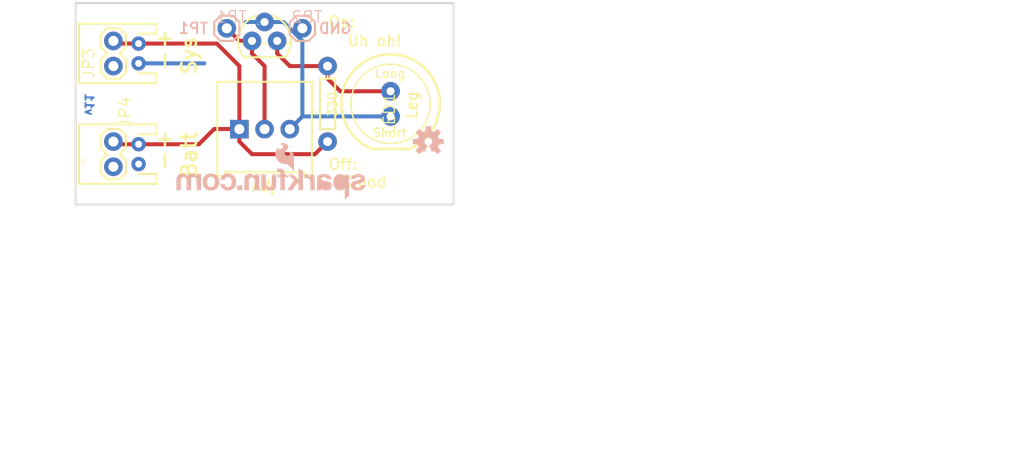
<source format=kicad_pcb>
(kicad_pcb (version 20211014) (generator pcbnew)
  (layers (0 "F.Cu" signal) (31 "B.Cu" signal) (34 "B.Paste" user) (35 "F.Paste" user) (36 "B.SilkS" user "B.Silkscreen") (37 "F.SilkS" user "F.Silkscreen") (38 "B.Mask" user) (39 "F.Mask" user) (44 "Edge.Cuts" user))
  (net 0 "")
  (net 1 "GND")
  (net 2 "VCC")
  (net 3 "VCUTOFF")
  (net 4 "VOUT")
  (footprint "boardEagle:CREATIVE_COMMONS" (layer "F.Cu") (at 142.1511 141.8336)
    (fp_text reference "U$2" hide)
    (fp_text value "CREATIVE_COMMONS" hide)
  )
  (footprint "boardEagle:STAND-OFF" (layer "F.Cu") (at 165.0111 97.3836)
    (fp_text reference "JP31" hide)
    (fp_text value "STAND-OFF" hide)
    (pad "" np_thru_hole circle (at 0 0) (size 3.302 3.302) (drill 3.302) (layers *.Cu *.Mask))
  )
  (footprint "boardEagle:TO-92" (layer "F.Cu") (at 148.5011 98.6536)
    (fp_text reference "U1" (at -0.8255 -1.778) (layer "F.SilkS") (effects (font (size 0.377139 0.377139) (thickness 0.029261)) (justify left)))
    (fp_text value "TL431")
    (fp_line (start -0.2863 0.254) (end 0.2863 0.254) (layer "F.SilkS") (width 0.2032))
    (fp_line (start -2.0945 1.651) (end 2.0945 1.651) (layer "F.SilkS") (width 0.2032))
    (fp_line (start -2.6549 0.254) (end -2.2537 0.254) (layer "F.SilkS") (width 0.2032))
    (fp_line (start 2.2537 0.254) (end 2.6549 0.254) (layer "F.SilkS") (width 0.2032))
    (fp_arc (start 0.7863 -2.5484) (mid 2.54627 -0.793202) (end 2.0945 1.650999) (layer "F.SilkS") (width 0.2032))
    (fp_arc (start -2.0946 1.651) (mid -2.54634 -0.793276) (end -0.786301 -2.548501) (layer "F.SilkS") (width 0.2032))
    (pad "1" thru_hole circle (at -1.27 0) (size 1.8796 1.8796) (drill 0.8128) (layers *.Cu *.Mask) (net 3 "VCUTOFF"))
    (pad "2" thru_hole circle (at 0 -1.905) (size 1.8796 1.8796) (drill 0.8128) (layers *.Cu *.Mask) (net 1 "GND"))
    (pad "3" thru_hole circle (at 1.27 0) (size 1.8796 1.8796) (drill 0.8128) (layers *.Cu *.Mask) (net 4 "VOUT"))
  )
  (footprint "boardEagle:3386U" (layer "F.Cu") (at 148.5011 107.5436)
    (fp_text reference "RADJ0" hide)
    (fp_text value "10K" hide)
    (fp_line (start 4 4.765) (end 4.765 4.765) (layer "F.SilkS") (width 0.2032))
    (fp_line (start -4 4.765) (end -4 4.365) (layer "F.SilkS") (width 0.2032))
    (fp_line (start -4 4.365) (end 4 4.365) (layer "F.SilkS") (width 0.2032))
    (fp_line (start 4 4.365) (end 4 4.765) (layer "F.SilkS") (width 0.2032))
    (fp_line (start 4.765 4.765) (end 4.765 -4.765) (layer "F.SilkS") (width 0.2032))
    (fp_line (start -4.765 -4.765) (end -4.765 4.765) (layer "F.SilkS") (width 0.2032))
    (fp_line (start -4.765 4.765) (end -4 4.765) (layer "F.SilkS") (width 0.2032))
    (fp_line (start 4.765 -4.765) (end -4.765 -4.765) (layer "F.SilkS") (width 0.2032))
    (pad "1" thru_hole rect (at -2.54 0.015) (size 1.8796 1.8796) (drill 1.016) (layers *.Cu *.Mask) (net 2 "VCC"))
    (pad "2" thru_hole circle (at 0 0.015) (size 1.8796 1.8796) (drill 1.016) (layers *.Cu *.Mask) (net 3 "VCUTOFF"))
    (pad "3" thru_hole circle (at 2.54 0.015) (size 1.8796 1.8796) (drill 1.016) (layers *.Cu *.Mask) (net 1 "GND"))
  )
  (footprint "boardEagle:JST-2-PTH" (layer "F.Cu") (at 135.8011 110.0836 90)
    (fp_text reference "JP1" (at -1.27 -5.27 90) (layer "F.SilkS") (effects (font (size 0.373888 0.373888) (thickness 0.032512)) (justify left bottom)))
    (fp_text value "Battery")
    (fp_line (start -3 1.8) (end -3 -6) (layer "F.SilkS") (width 0.2032))
    (fp_line (start -3 -6) (end 3 -6) (layer "F.SilkS") (width 0.2032))
    (fp_line (start -2 0) (end -2 1.8) (layer "F.SilkS") (width 0.2032))
    (fp_line (start -2 1.8) (end -3 1.8) (layer "F.SilkS") (width 0.2032))
    (fp_line (start 3 1.8) (end 2 1.8) (layer "F.SilkS") (width 0.2032))
    (fp_line (start 3 -6) (end 3 1.8) (layer "F.SilkS") (width 0.2032))
    (fp_line (start 2 1.8) (end 2 0) (layer "F.SilkS") (width 0.2032))
    (pad "1" thru_hole circle (at -1 0 90) (size 1.4478 1.4478) (drill 0.7) (layers *.Cu *.Mask) (net 1 "GND"))
    (pad "2" thru_hole circle (at 1 0 90) (size 1.4478 1.4478) (drill 0.7) (layers *.Cu *.Mask) (net 2 "VCC"))
  )
  (footprint "boardEagle:1X02" (layer "F.Cu") (at 133.2611 101.1936 90)
    (fp_text reference "JP3" (at -1.3462 -1.8288 90) (layer "F.SilkS") (effects (font (size 1.143 1.143) (thickness 0.127)) (justify left bottom)))
    (fp_text value "")
    (fp_line (start 3.81 -0.635) (end 3.81 0.635) (layer "F.SilkS") (width 0.2032))
    (fp_line (start -0.635 -1.27) (end -1.27 -0.635) (layer "F.SilkS") (width 0.2032))
    (fp_line (start 0.635 -1.27) (end 1.27 -0.635) (layer "F.SilkS") (width 0.2032))
    (fp_line (start 3.175 -1.27) (end 3.81 -0.635) (layer "F.SilkS") (width 0.2032))
    (fp_line (start 3.175 1.27) (end 1.905 1.27) (layer "F.SilkS") (width 0.2032))
    (fp_line (start -0.635 -1.27) (end 0.635 -1.27) (layer "F.SilkS") (width 0.2032))
    (fp_line (start 1.905 -1.27) (end 3.175 -1.27) (layer "F.SilkS") (width 0.2032))
    (fp_line (start -1.27 -0.635) (end -1.27 0.635) (layer "F.SilkS") (width 0.2032))
    (fp_line (start 3.81 0.635) (end 3.175 1.27) (layer "F.SilkS") (width 0.2032))
    (fp_line (start 1.905 1.27) (end 1.27 0.635) (layer "F.SilkS") (width 0.2032))
    (fp_line (start 1.27 -0.635) (end 1.905 -1.27) (layer "F.SilkS") (width 0.2032))
    (fp_line (start -1.27 0.635) (end -0.635 1.27) (layer "F.SilkS") (width 0.2032))
    (fp_line (start 0.635 1.27) (end -0.635 1.27) (layer "F.SilkS") (width 0.2032))
    (fp_line (start 1.27 0.635) (end 0.635 1.27) (layer "F.SilkS") (width 0.2032))
    (pad "1" thru_hole circle (at 0 0 180) (size 1.8796 1.8796) (drill 1.016) (layers *.Cu *.Mask) (net 1 "GND"))
    (pad "2" thru_hole circle (at 2.54 0 180) (size 1.8796 1.8796) (drill 1.016) (layers *.Cu *.Mask) (net 2 "VCC"))
  )
  (footprint "boardEagle:LED10MM-2" (layer "F.Cu") (at 161.2011 105.0036 -90)
    (fp_text reference "LED1" (at 3.175 -0.5334 -90) (layer "F.SilkS") (effects (font (size 1.143 1.143) (thickness 0.127)) (justify left bottom)))
    (fp_text value "Green")
    (fp_line (start 4.54 1.905) (end 4.54 -1.905) (layer "F.SilkS") (width 0.254))
    (fp_arc (start 4.54 1.905) (mid -5.000091 0) (end 4.54 -1.904999) (layer "F.SilkS") (width 0.254))
    (fp_circle (center 0 0) (end 4 0) (layer "F.SilkS") (width 0.1524) (fill none))
    (pad "A" thru_hole circle (at -1.27 0 270) (size 1.8796 1.8796) (drill 0.8128) (layers *.Cu *.Mask) (net 4 "VOUT"))
    (pad "K" thru_hole circle (at 1.27 0 270) (size 1.8796 1.8796) (drill 0.8128) (layers *.Cu *.Mask) (net 1 "GND"))
  )
  (footprint "boardEagle:JST-2-PTH" (layer "F.Cu") (at 135.8011 99.9236 90)
    (fp_text reference "JP2" (at -1.27 -5.27 90) (layer "F.SilkS") (effects (font (size 0.373888 0.373888) (thickness 0.032512)) (justify left bottom)))
    (fp_text value "System")
    (fp_line (start -2 1.8) (end -3 1.8) (layer "F.SilkS") (width 0.2032))
    (fp_line (start 2 1.8) (end 2 0) (layer "F.SilkS") (width 0.2032))
    (fp_line (start 3 -6) (end 3 1.8) (layer "F.SilkS") (width 0.2032))
    (fp_line (start 3 1.8) (end 2 1.8) (layer "F.SilkS") (width 0.2032))
    (fp_line (start -3 -6) (end 3 -6) (layer "F.SilkS") (width 0.2032))
    (fp_line (start -2 0) (end -2 1.8) (layer "F.SilkS") (width 0.2032))
    (fp_line (start -3 1.8) (end -3 -6) (layer "F.SilkS") (width 0.2032))
    (pad "1" thru_hole circle (at -1 0 90) (size 1.4478 1.4478) (drill 0.7) (layers *.Cu *.Mask) (net 1 "GND"))
    (pad "2" thru_hole circle (at 1 0 90) (size 1.4478 1.4478) (drill 0.7) (layers *.Cu *.Mask) (net 2 "VCC"))
  )
  (footprint "boardEagle:STAND-OFF" (layer "F.Cu") (at 165.0111 112.6236)
    (fp_text reference "JP41" hide)
    (fp_text value "STAND-OFF" hide)
    (pad "" np_thru_hole circle (at 0 0) (size 3.302 3.302) (drill 3.302) (layers *.Cu *.Mask))
  )
  (footprint "boardEagle:1X02" (layer "F.Cu") (at 133.2611 108.8136 -90)
    (fp_text reference "JP4" (at -1.3462 -1.8288 -90) (layer "F.SilkS") (effects (font (size 1.143 1.143) (thickness 0.127)) (justify left bottom)))
    (fp_text value "")
    (fp_line (start 1.905 -1.27) (end 3.175 -1.27) (layer "F.SilkS") (width 0.2032))
    (fp_line (start 0.635 1.27) (end -0.635 1.27) (layer "F.SilkS") (width 0.2032))
    (fp_line (start -1.27 -0.635) (end -1.27 0.635) (layer "F.SilkS") (width 0.2032))
    (fp_line (start 1.27 0.635) (end 0.635 1.27) (layer "F.SilkS") (width 0.2032))
    (fp_line (start -1.27 0.635) (end -0.635 1.27) (layer "F.SilkS") (width 0.2032))
    (fp_line (start 3.81 0.635) (end 3.175 1.27) (layer "F.SilkS") (width 0.2032))
    (fp_line (start 3.81 -0.635) (end 3.81 0.635) (layer "F.SilkS") (width 0.2032))
    (fp_line (start 1.905 1.27) (end 1.27 0.635) (layer "F.SilkS") (width 0.2032))
    (fp_line (start 3.175 1.27) (end 1.905 1.27) (layer "F.SilkS") (width 0.2032))
    (fp_line (start 0.635 -1.27) (end 1.27 -0.635) (layer "F.SilkS") (width 0.2032))
    (fp_line (start -0.635 -1.27) (end 0.635 -1.27) (layer "F.SilkS") (width 0.2032))
    (fp_line (start 3.175 -1.27) (end 3.81 -0.635) (layer "F.SilkS") (width 0.2032))
    (fp_line (start -0.635 -1.27) (end -1.27 -0.635) (layer "F.SilkS") (width 0.2032))
    (fp_line (start 1.27 -0.635) (end 1.905 -1.27) (layer "F.SilkS") (width 0.2032))
    (pad "1" thru_hole circle (at 0 0) (size 1.8796 1.8796) (drill 1.016) (layers *.Cu *.Mask) (net 2 "VCC"))
    (pad "2" thru_hole circle (at 2.54 0) (size 1.8796 1.8796) (drill 1.016) (layers *.Cu *.Mask) (net 1 "GND"))
  )
  (footprint "boardEagle:AXIAL-0.3" (layer "F.Cu") (at 154.8511 105.0036 90)
    (fp_text reference "R1" (at -1.27 -1.143 90) (layer "F.SilkS") (effects (font (size 0.376489 0.376489) (thickness 0.029911)) (justify left)))
    (fp_text value "330" (at -1.397 0.508 90) (layer "F.SilkS") (effects (font (size 0.88646 0.88646) (thickness 0.12954)) (justify left)))
    (fp_line (start -2.54 0) (end -2.54 -0.762) (layer "F.SilkS") (width 0.2032))
    (fp_line (start 2.54 0.762) (end -2.54 0.762) (layer "F.SilkS") (width 0.2032))
    (fp_line (start 2.54 0) (end 2.54 0.762) (layer "F.SilkS") (width 0.2032))
    (fp_line (start 2.54 -0.762) (end 2.54 0) (layer "F.SilkS") (width 0.2032))
    (fp_line (start -2.54 0.762) (end -2.54 0) (layer "F.SilkS") (width 0.2032))
    (fp_line (start -2.54 -0.762) (end 2.54 -0.762) (layer "F.SilkS") (width 0.2032))
    (fp_line (start 2.54 0) (end 2.794 0) (layer "F.SilkS") (width 0.2032))
    (fp_line (start -2.54 0) (end -2.794 0) (layer "F.SilkS") (width 0.2032))
    (pad "P$1" thru_hole circle (at -3.81 0 90) (size 1.8796 1.8796) (drill 0.9) (layers *.Cu *.Mask) (net 2 "VCC"))
    (pad "P$2" thru_hole circle (at 3.81 0 90) (size 1.8796 1.8796) (drill 0.9) (layers *.Cu *.Mask) (net 4 "VOUT"))
  )
  (footprint "boardEagle:STAND-OFF" (layer "F.Cu") (at 139.6111 105.0036)
    (fp_text reference "JP61" hide)
    (fp_text value "STAND-OFF" hide)
    (pad "" np_thru_hole circle (at 0 0) (size 3.302 3.302) (drill 3.302) (layers *.Cu *.Mask))
  )
  (footprint "boardEagle:1X01" (layer "B.Cu") (at 144.6911 97.3836 180)
    (fp_text reference "TP1" (at 1.1938 1.8288) (layer "B.SilkS") (effects (font (size 1.1684 1.1684) (thickness 0.1016)) (justify right top mirror)))
    (fp_text value "TP1")
    (fp_line (start -1.27 0.635) (end -1.27 -0.635) (layer "B.SilkS") (width 0.2032))
    (fp_line (start 0.635 1.27) (end -0.635 1.27) (layer "B.SilkS") (width 0.2032))
    (fp_line (start -0.635 1.27) (end -1.27 0.635) (layer "B.SilkS") (width 0.2032))
    (fp_line (start -0.635 -1.27) (end 0.635 -1.27) (layer "B.SilkS") (width 0.2032))
    (fp_line (start -1.27 -0.635) (end -0.635 -1.27) (layer "B.SilkS") (width 0.2032))
    (fp_line (start 0.635 -1.27) (end 1.27 -0.635) (layer "B.SilkS") (width 0.2032))
    (fp_line (start 1.27 -0.635) (end 1.27 0.635) (layer "B.SilkS") (width 0.2032))
    (fp_line (start 1.27 0.635) (end 0.635 1.27) (layer "B.SilkS") (width 0.2032))
    (pad "1" thru_hole circle (at 0 0 90) (size 1.8796 1.8796) (drill 1.016) (layers *.Cu *.Mask) (net 3 "VCUTOFF"))
  )
  (footprint "boardEagle:SFE-NEW-WEBLOGO" (layer "B.Cu") (at 158.6611 114.6556 180)
    (fp_text reference "JP51" hide)
    (fp_text value "LOGO-SFENEW" hide)
    (fp_line (start 11.1201 2.5171) (end 11.1201 2.2962) (layer "B.SilkS") (width 0.0254))
    (fp_line (start 10.7163 2.5171) (end 11.1201 2.5171) (layer "B.SilkS") (width 0.0254))
    (fp_line (start 15.5499 2.6137) (end 15.5499 2.2911) (layer "B.SilkS") (width 0.0254))
    (fp_line (start 11.7729 0.955) (end 11.7729 1.9202) (layer "B.SilkS") (width 0.0254))
    (fp_line (start 15.5499 2.2911) (end 15.527 2.2911) (layer "B.SilkS") (width 0.0254))
    (fp_line (start 15.5702 2.2962) (end 15.5702 2.6137) (layer "B.SilkS") (width 0.0254))
    (fp_line (start 15.5702 2.6137) (end 15.5854 2.6137) (layer "B.SilkS") (width 0.0254))
    (fp_line (start 11.1379 1.8136) (end 11.1379 0.9449) (layer "B.SilkS") (width 0.0254))
    (fp_line (start 11.1379 0.9449) (end 10.7163 0.9449) (layer "B.SilkS") (width 0.0254))
    (fp_line (start 10.7163 0.9449) (end 10.7163 2.5171) (layer "B.SilkS") (width 0.0254))
    (fp_line (start 12.1818 2.0091) (end 12.1818 0.955) (layer "B.SilkS") (width 0.0254))
    (fp_line (start 11.1201 2.2962) (end 11.1277 2.2962) (layer "B.SilkS") (width 0.0254))
    (fp_line (start 12.1818 0.955) (end 11.7729 0.955) (layer "B.SilkS") (width 0.0254))
    (fp_arc (start 11.4198 2.2327) (mid 11.475702 2.235165) (end 11.5316 2.2377) (layer "B.SilkS") (width 0.0254))
    (fp_arc (start 15.24 1.4097) (mid 15.31871 1.3127) (end 15.428 1.2522) (layer "B.SilkS") (width 0.0254))
    (fp_arc (start 14.7549 1.9507) (mid 14.737287 1.759061) (end 14.7523 1.5672) (layer "B.SilkS") (width 0.0254))
    (fp_arc (start 15.1689 1.8847) (mid 15.165026 1.761448) (end 15.1714 1.6383) (layer "B.SilkS") (width 0.0254))
    (fp_arc (start 11.1684 2.0396) (mid 11.146105 1.962214) (end 11.1379 1.8821) (layer "B.SilkS") (width 0.0254))
    (fp_arc (start 15.7277 2.2708) (mid 15.650001 2.290018) (end 15.5702 2.2962) (layer "B.SilkS") (width 0.0254))
    (fp_arc (start 15.5423 0.9195) (mid 15.724919 0.932492) (end 15.9029 0.9754) (layer "B.SilkS") (width 0.0254))
    (fp_arc (start 15.1714 1.6383) (mid 15.194331 1.520588) (end 15.24 1.4097) (layer "B.SilkS") (width 0.0254))
    (fp_arc (start 14.7523 1.5672) (mid 14.792796 1.413418) (end 14.8615 1.27) (layer "B.SilkS") (width 0.0254))
    (fp_arc (start 15.7632 1.2725) (mid 15.846801 1.329279) (end 15.908 1.4097) (layer "B.SilkS") (width 0.0254))
    (fp_arc (start 14.9911 1.1201) (mid 15.249615 0.972855) (end 15.5423 0.9195) (layer "B.SilkS") (width 0.0254))
    (fp_arc (start 11.2725 2.446) (mid 11.226399 2.404414) (end 11.1862 2.3571) (layer "B.SilkS") (width 0.0254))
    (fp_arc (start 15.128201 2.4892) (mid 14.882786 2.260687) (end 14.7549 1.9507) (layer "B.SilkS") (width 0.0254))
    (fp_arc (start 11.7678 2.5502) (mid 11.667584 2.556058) (end 11.5672 2.5552) (layer "B.SilkS") (width 0.0254))
    (fp_arc (start 15.809 2.5857) (mid 15.698073 2.606673) (end 15.5854 2.6137) (layer "B.SilkS") (width 0.0254))
    (fp_arc (start 11.1455 2.3038) (mid 11.152103 2.311188) (end 11.1582 2.319) (layer "B.SilkS") (width 0.0254))
    (fp_arc (start 11.7145 2.1311) (mid 11.664346 2.1894) (end 11.5976 2.2276) (layer "B.SilkS") (width 0.0254))
    (fp_arc (start 15.428 1.2522) (mid 15.597525 1.230563) (end 15.7632 1.2725) (layer "B.SilkS") (width 0.0254))
    (fp_arc (start 15.5499 2.6137) (mid 15.331296 2.577713) (end 15.1282 2.4892) (layer "B.SilkS") (width 0.0254))
    (fp_arc (start 11.7729 1.9202) (mid 11.758038 2.02962) (end 11.7145 2.1311) (layer "B.SilkS") (width 0.0254))
    (fp_arc (start 11.4198 2.2327) (mid 11.334441 2.214452) (end 11.259799 2.1692) (layer "B.SilkS") (width 0.0254))
    (fp_arc (start 15.2781 2.1692) (mid 15.20247 2.035022) (end 15.168899 1.8847) (layer "B.SilkS") (width 0.0254))
    (fp_arc (start 16.129 2.4181) (mid 15.978822 2.520652) (end 15.809 2.5857) (layer "B.SilkS") (width 0.0254))
    (fp_arc (start 11.5976 2.2276) (mid 11.565101 2.235925) (end 11.5316 2.2377) (layer "B.SilkS") (width 0.0254))
    (fp_arc (start 15.8318 2.2047) (mid 15.783745 2.244042) (end 15.7277 2.2708) (layer "B.SilkS") (width 0.0254))
    (fp_arc (start 11.1379 1.8821) (mid 11.137681 1.84785) (end 11.1379 1.8136) (layer "B.SilkS") (width 0.0254))
    (fp_arc (start 16.4033 1.808499) (mid 16.333054 2.143404) (end 16.129 2.4181) (layer "B.SilkS") (width 0.0254))
    (fp_arc (start 11.1862 2.3571) (mid 11.172158 2.338081) (end 11.1582 2.319) (layer "B.SilkS") (width 0.0254))
    (fp_arc (start 11.1277 2.2962) (mid 11.137379 2.298176) (end 11.1455 2.3038) (layer "B.SilkS") (width 0.0254))
    (fp_arc (start 12.1818 2.0091) (mid 12.172765 2.122002) (end 12.1488 2.2327) (layer "B.SilkS") (width 0.0254))
    (fp_arc (start 15.908 1.4097) (mid 15.966057 1.559906) (end 15.9868 1.7196) (layer "B.SilkS") (width 0.0254))
    (fp_arc (start 15.9868 1.7196) (mid 15.980368 1.846143) (end 15.9588 1.971) (layer "B.SilkS") (width 0.0254))
    (fp_arc (start 11.2598 2.1692) (mid 11.206137 2.110016) (end 11.1684 2.0396) (layer "B.SilkS") (width 0.0254))
    (fp_arc (start 14.8615 1.27) (mid 14.919858 1.189481) (end 14.9911 1.1201) (layer "B.SilkS") (width 0.0254))
    (fp_arc (start 15.9029 0.9754) (mid 16.153433 1.12491) (end 16.317 1.3665) (layer "B.SilkS") (width 0.0254))
    (fp_arc (start 12.0345 2.425699) (mid 11.911985 2.51116) (end 11.7678 2.5502) (layer "B.SilkS") (width 0.0254))
    (fp_arc (start 11.5672 2.5552) (mid 11.411238 2.523841) (end 11.2725 2.446) (layer "B.SilkS") (width 0.0254))
    (fp_arc (start 12.1488 2.232699) (mid 12.104013 2.336521) (end 12.0345 2.4257) (layer "B.SilkS") (width 0.0254))
    (fp_arc (start 16.317 1.3665) (mid 16.380488 1.583529) (end 16.4033 1.8085) (layer "B.SilkS") (width 0.0254))
    (fp_arc (start 15.527 2.2911) (mid 15.388433 2.258974) (end 15.278099 2.1692) (layer "B.SilkS") (width 0.0254))
    (fp_arc (start 15.9588 1.971) (mid 15.910982 2.096372) (end 15.8318 2.2047) (layer "B.SilkS") (width 0.0254))
    (fp_poly (pts (xy 9.4234 1.520809) (xy 9.472888 1.359974) (xy 9.516069 1.308185) (xy 9.573108 1.271734) (xy 9.714103 1.241374) (xy 9.853529 1.268908) (xy 10.003067 1.442966) (xy 10.033 1.684784) (xy 10.033 2.5273) (xy 10.48 2.5273) (xy 10.48 0.9398) (xy 10.0533 0.9398) (xy 10.0533 1.159713) (xy 9.961626 1.051965) (xy 9.823848 0.946774) (xy 9.797269 0.933513) (xy 9.76873 0.924761) (xy 9.46843 0.899096) (xy 9.311419 0.929258) (xy 9.173895 1.0008) (xy 9.172522 1.0008) (xy 9.155194 1.014756) (xy 9.141833 1.028106) (xy 9.055991 1.150842) (xy 9.0022 1.291099) (xy 8.984 1.439423) (xy 8.984 2.5324) (xy 9.4234 2.5324)) (layer "B.SilkS") (width 0) (fill solid))
    (fp_poly (pts (xy 6.1316 2.557116) (xy 6.1316 2.1463) (xy 6.115783 2.1463) (xy 6.10653 2.147054) (xy 6.097893 2.149211) (xy 6.068387 2.157247) (xy 6.038922 2.161538) (xy 5.96265 2.16474) (xy 5.887609 2.16159) (xy 5.731931 2.107297) (xy 5.637642 2.018651) (xy 5.577302 1.903423) (xy 5.5499 1.736362) (xy 5.5499 0.9423) (xy 5.107878 0.9423) (xy 5.110519 2.454146) (xy 5.522 2.527255) (xy 5.522 2.234211) (xy 5.526569 2.235704) (xy 5.544428 2.262537) (xy 5.578841 2.314524) (xy 5.613758 2.367854) (xy 5.686736 2.438162) (xy 5.778008 2.498223) (xy 5.979984 2.565515)) (layer "B.SilkS") (width 0) (fill solid))
    (fp_poly (pts (xy 0.803285 2.567895) (xy 0.944243 2.553799) (xy 1.081508 2.516334) (xy 1.193542 2.461399) (xy 1.291841 2.383865) (xy 1.357039 2.297824) (xy 1.377068 2.257603) (xy 1.393653 2.216867) (xy 1.417283 2.151914) (xy 1.353784 2.105111) (xy 1.152335 2.254241) (xy 0.736496 2.387002) (xy 0.372563 2.277101) (xy 0.417885 2.019712) (xy 1.241556 1.540676) (xy 1.263422 1.497067) (xy 1.147655 1.152457) (xy 0.724605 1.058492) (xy -0.038666 1.4605) (xy 0.4115 1.4605) (xy 0.4115 1.443466) (xy 0.420402 1.369907) (xy 0.454647 1.305856) (xy 0.524204 1.243359) (xy 0.610838 1.206018) (xy 0.637726 1.200933) (xy 0.665996 1.198897) (xy 0.7328 1.198389) (xy 0.79791 1.198884) (xy 0.968129 1.258019) (xy 1.007666 1.302193) (xy 1.028603 1.358428) (xy 1.025789 1.425439) (xy 0.995864 1.485288) (xy 0.943734 1.527918) (xy 0.715431 1.605731) (xy 0.533161 1.644154) (xy 0.351479 1.692254) (xy 0.230117 1.743632) (xy 0.122357 1.822697) (xy 0.0457 1.960096) (xy 0.0457 1.963141) (xy 0.038572 2.135467) (xy 0.0838 2.300409) (xy 0.0838 2.303445) (xy 0.206233 2.444416) (xy 0.620397 2.567885) (xy 0.71245 2.568634)) (layer "B.SilkS") (width 0) (fill solid))
    (fp_poly (pts (xy 4.444983 2.544915) (xy 4.588724 2.501712) (xy 4.72259 2.430523) (xy 4.844814 2.271666) (xy 4.859671 2.1819) (xy 4.8616 2.1819) (xy 4.8616 1.6891) (xy 4.864173 1.6891) (xy 4.861603 1.242544) (xy 4.871819 1.108765) (xy 4.906709 0.979276) (xy 4.920484 0.9423) (xy 4.495275 0.9423) (xy 4.477494 0.951279) (xy 4.472002 0.970735) (xy 4.468249 0.985133) (xy 4.446292 1.084946) (xy 4.440321 1.089528) (xy 4.438946 1.088886) (xy 4.309064 0.98859) (xy 4.153188 0.927249) (xy 3.824183 0.906712) (xy 3.683825 0.938256) (xy 3.554173 1.000134) (xy 3.486826 1.05665) (xy 3.437273 1.130532) (xy 3.3807 1.444163) (xy 3.3807 1.446675) (xy 3.401941 1.543624) (xy 3.446308 1.632822) (xy 3.527788 1.722902) (xy 3.632416 1.784766) (xy 3.937258 1.861632) (xy 4.048648 1.873601) (xy 4.159032 1.884616) (xy 4.224808 1.893434) (xy 4.289167 1.907055) (xy 4.336271 1.923637) (xy 4.379043 1.948303) (xy 4.407461 1.974391) (xy 4.413402 1.982997) (xy 4.4171 1.991455) (xy 4.4171 2.14983) (xy 4.358226 2.232254) (xy 4.254396 2.270917) (xy 4.188033 2.274326) (xy 4.120968 2.275774) (xy 4.006679 2.25395) (xy 3.883049 2.131716) (xy 3.8659 2.045941) (xy 3.8659 2.0295) (xy 3.429 2.0295) (xy 3.429 2.040006) (xy 3.418965 2.041638) (xy 3.439259 2.166448) (xy 3.491292 2.283494) (xy 3.571378 2.383462) (xy 3.674008 2.459597) (xy 3.791998 2.513469) (xy 3.916944 2.547448) (xy 4.18103 2.571338)) (layer "B.SilkS") (width 0) (fill solid))
    (fp_poly (pts (xy 8.809435 3.119895) (xy 8.875117 3.1166) (xy 8.89 3.1166) (xy 8.89 2.7889) (xy 8.869112 2.7889) (xy 8.841108 2.7915) (xy 8.660351 2.7915) (xy 8.587936 2.740064) (xy 8.571192 2.699602) (xy 8.5649 2.653436) (xy 8.5649 2.5273) (xy 8.8621 2.5273) (xy 8.8621 2.2352) (xy 8.5623 2.2352) (xy 8.5623 0.9322) (xy 8.1204 0.9322) (xy 8.1204 2.232779) (xy 7.70383 2.235391) (xy 7.995739 2.5273) (xy 8.1255 2.5273) (xy 8.1255 2.560826) (xy 8.143432 2.77702) (xy 8.219199 2.938937) (xy 8.324367 3.032939) (xy 8.449534 3.095959) (xy 8.586403 3.1242) (xy 8.743112 3.1242)) (layer "B.SilkS") (width 0) (fill solid))
    (fp_poly (pts (xy 17.714962 2.583496) (xy 17.714669 2.58013) (xy 17.812284 2.526288) (xy 17.900302 2.442716) (xy 17.956995 2.351455) (xy 17.961394 2.355854) (xy 18.007182 2.404147) (xy 18.086856 2.480888) (xy 18.177617 2.546023) (xy 18.30384 2.60027) (xy 18.440544 2.616304) (xy 18.698981 2.580082) (xy 18.93345 2.426436) (xy 19.05 2.112985) (xy 19.05 0.9398) (xy 18.6004 0.9398) (xy 18.6004 1.979658) (xy 18.558302 2.150487) (xy 18.49797 2.220003) (xy 18.412014 2.255689) (xy 18.322362 2.262413) (xy 18.233537 2.253336) (xy 18.121633 2.190061) (xy 18.068614 2.109201) (xy 18.041426 2.014408) (xy 18.036069 1.960144) (xy 18.034 1.904767) (xy 18.034 0.9398) (xy 17.5768 0.9398) (xy 17.5768 2.006808) (xy 17.507834 2.191589) (xy 17.433119 2.246143) (xy 17.339789 2.26304) (xy 17.298061 2.260863) (xy 17.256145 2.258198) (xy 17.19103 2.2421) (xy 17.135402 2.205103) (xy 17.092564 2.160343) (xy 17.055171 2.112821) (xy 17.0155 1.934108) (xy 17.0155 0.9423) (xy 16.5583 0.9423) (xy 16.5583 2.573) (xy 16.9824 2.573) (xy 16.9824 2.355139) (xy 16.985319 2.355789) (xy 17.015959 2.3959) (xy 17.093229 2.475705) (xy 17.171263 2.538367) (xy 17.262579 2.579887) (xy 17.318155 2.59498) (xy 17.374103 2.605849) (xy 17.443329 2.614463) (xy 17.514022 2.618767)) (layer "B.SilkS") (width 0) (fill solid))
    (fp_poly (pts (xy 14.181776 2.563159) (xy 14.181555 2.560669) (xy 14.327447 2.496725) (xy 14.547848 2.246517) (xy 14.619242 1.9914) (xy 14.1707 1.9914) (xy 14.1707 2.005388) (xy 14.15242 2.10038) (xy 14.100807 2.180729) (xy 14.023181 2.236025) (xy 13.860405 2.2706) (xy 13.694207 2.245798) (xy 13.653262 2.227396) (xy 13.618712 2.198612) (xy 13.531409 2.074936) (xy 13.459735 1.779947) (xy 13.507258 1.471936) (xy 13.55233 1.379537) (xy 13.718934 1.256376) (xy 13.795519 1.238584) (xy 13.875272 1.234455) (xy 13.963395 1.249226) (xy 14.044683 1.286045) (xy 14.088707 1.320383) (xy 14.123821 1.362695) (xy 14.191983 1.5646) (xy 14.6202 1.5646) (xy 14.6202 1.546046) (xy 14.607183 1.4497) (xy 14.551954 1.307962) (xy 14.468685 1.180108) (xy 14.234909 0.989147) (xy 13.88734 0.904104) (xy 13.726062 0.914148) (xy 13.567886 0.942693) (xy 13.423659 0.994928) (xy 13.188191 1.185237) (xy 13.098694 1.32648) (xy 13.017451 1.644495) (xy 13.0251 1.894992) (xy 13.0251 1.896181) (xy 13.064859 2.076939) (xy 13.14486 2.243932) (xy 13.26133 2.388842) (xy 13.574558 2.580191) (xy 13.883988 2.616332)) (layer "B.SilkS") (width 0) (fill solid))
    (fp_poly (pts (xy 1.201557 2.290098) (xy 1.414074 2.156268) (xy 1.42383 2.065) (xy 1.01008 2.065) (xy 1.00135 2.126336) (xy 0.936084 2.220524) (xy 0.871818 2.257603) (xy 0.798545 2.2758) (xy 0.628591 2.2758) (xy 0.583991 2.267366) (xy 0.541641 2.251683) (xy 0.51157 2.232098) (xy 0.488615 2.205726) (xy 0.469153 2.152745) (xy 0.474605 2.097619) (xy 0.521549 2.031824) (xy 0.664468 1.962838) (xy 0.866638 1.922444) (xy 1.206678 1.822687) (xy 1.354318 1.729494) (xy 1.389578 1.692366) (xy 1.416579 1.648151) (xy 1.460229 1.440208) (xy 1.447804 1.4376) (xy 1.460484 1.436955) (xy 1.457817 1.384541) (xy 1.452657 1.33034) (xy 1.371775 1.140043) (xy 1.14885 0.969822) (xy 1.013381 0.927267) (xy 0.74708 0.904177) (xy 0.617383 0.909691) (xy 0.487493 0.922202) (xy 0.306845 0.984179) (xy 0.185213 1.061804) (xy 0.109225 1.132023) (xy 0.056988 1.2215) (xy 0.013059 1.350644) (xy 0.002577 1.410659) (xy -0.00152 1.469003) (xy 0.738195 1.10308) (xy 1.120535 1.189415) (xy 1.224069 1.497645) (xy 0.809011 1.723764) (xy 0.364394 1.98847) (xy 0.308075 2.310537) (xy 0.741882 2.423672)) (layer "B.SilkS") (width 0) (fill solid))
    (fp_poly (pts (xy 15.5499 2.609649) (xy 15.5499 2.29782) (xy 15.429469 2.281338) (xy 15.314616 2.217851) (xy 15.23586 2.109416) (xy 15.196312 2.020604) (xy 15.168868 1.873153) (xy 15.163824 1.687316) (xy 15.181322 1.562471) (xy 15.218744 1.447652) (xy 15.272523 1.345) (xy 15.437302 1.244156) (xy 15.6121 1.221967) (xy 15.787119 1.281181) (xy 15.894998 1.379217) (xy 15.949332 1.500229) (xy 15.9868 1.655017) (xy 15.9868 1.797481) (xy 15.961756 1.990339) (xy 15.88736 2.151531) (xy 15.803924 2.232457) (xy 15.708711 2.283762) (xy 15.58997 2.2936) (xy 15.567485 2.2936) (xy 15.57294 2.617878) (xy 15.788992 2.590535) (xy 15.954486 2.53364) (xy 16.155367 2.394616) (xy 16.266844 2.264968) (xy 16.37246 2.027864) (xy 16.400898 1.805948) (xy 16.375193 1.592623) (xy 16.305839 1.343513) (xy 16.222719 1.211114) (xy 16.101494 1.095067) (xy 15.987532 1.014773) (xy 15.799031 0.950211) (xy 15.544583 0.924513) (xy 15.240687 0.965682) (xy 14.951456 1.146439) (xy 14.788469 1.399985) (xy 14.726674 1.793647) (xy 14.809154 2.154405) (xy 15.026083 2.4307) (xy 15.368412 2.600648) (xy 15.51864 2.6187) (xy 15.52691 2.6187)) (layer "B.SilkS") (width 0) (fill solid))
    (fp_poly (pts (xy 2.834651 2.506079) (xy 2.92707 2.450683) (xy 3.011605 2.383731) (xy 3.1267 2.221709) (xy 3.1267 2.263503) (xy 3.219434 1.972794) (xy 3.236098 1.526727) (xy 3.068933 1.135798) (xy 2.975978 1.041462) (xy 2.864973 0.970996) (xy 2.740356 0.92713) (xy 2.372489 0.922) (xy 2.370226 0.922) (xy 2.254471 0.962806) (xy 2.0828 1.127587) (xy 2.0828 -0.010757) (xy 1.6434 0.385552) (xy 1.6434 2.45912) (xy 2.057593 2.537568) (xy 2.055012 2.330538) (xy 2.068304 2.345345) (xy 2.15812 2.442839) (xy 2.234107 2.497896) (xy 2.368681 2.552194) (xy 2.419192 2.562883) (xy 2.620347 2.565422)) (layer "B.SilkS") (width 0) (fill solid))
    (fp_poly (pts (xy 8.337002 5.691103) (xy 8.426449 5.668729) (xy 8.439477 5.663683) (xy 8.451149 5.657775) (xy 8.46786 5.649476) (xy 8.486552 5.642734) (xy 8.582694 5.5855) (xy 8.5903 5.5855) (xy 8.5903 5.5601) (xy 8.517833 5.5601) (xy 8.419418 5.540814) (xy 8.285855 5.378186) (xy 8.290365 5.319725) (xy 8.33909 5.224769) (xy 8.415666 5.148096) (xy 8.505069 5.083538) (xy 8.580348 5.051724) (xy 8.661737 5.054532) (xy 8.669864 5.057086) (xy 8.677257 5.060289) (xy 8.741514 5.119856) (xy 8.7478 5.142712) (xy 8.7478 5.260838) (xy 8.974707 5.031027) (xy 9.079186 4.739741) (xy 9.082603 4.739794) (xy 9.08906 4.533335) (xy 9.059857 4.34032) (xy 8.996308 4.155742) (xy 8.8773 3.944478) (xy 8.8773 3.963481) (xy 8.589131 3.69191) (xy 8.193239 3.5814) (xy 7.964005 3.5814) (xy 7.927201 3.574946) (xy 7.892776 3.562492) (xy 7.707322 3.424684) (xy 7.1984 2.85199) (xy 7.1984 4.40367) (xy 7.271004 4.644867) (xy 7.379295 4.748389) (xy 7.518122 4.800422) (xy 7.6149 4.807989) (xy 7.710384 4.800523) (xy 7.77091 4.790999) (xy 7.768788 4.767333) (xy 7.733216 4.768142) (xy 7.712784 4.759041) (xy 7.631519 4.700054) (xy 7.611722 4.67357) (xy 7.601395 4.6114) (xy 7.611905 4.548129) (xy 7.632405 4.508074) (xy 7.663343 4.475585) (xy 7.757535 4.42645) (xy 7.863229 4.414642) (xy 7.953768 4.432984) (xy 8.03522 4.472556) (xy 8.13303 4.637559) (xy 8.118706 4.731744) (xy 8.061914 4.813301) (xy 7.795707 5.146137) (xy 7.772667 5.393755) (xy 7.838495 5.504456) (xy 7.840042 5.506003) (xy 7.989901 5.63002) (xy 8.243676 5.699964)) (layer "B.SilkS") (width 0) (fill solid))
    (fp_poly (pts (xy 11.770768 2.56283) (xy 12.043428 2.435548) (xy 12.160999 2.237024) (xy 12.1945 2.010032) (xy 12.1945 0.9423) (xy 11.7602 0.9423) (xy 11.7602 1.918474) (xy 11.70302 2.124971) (xy 11.656141 2.179464) (xy 11.593345 2.215403) (xy 11.53092 2.224956) (xy 11.476269 2.222478) (xy 11.422495 2.220106) (xy 11.268 2.158791) (xy 11.18035 2.034508) (xy 11.1506 1.880883) (xy 11.1506 0.9322) (xy 10.7036 0.9322) (xy 10.7036 2.5298) (xy 11.1328 2.5298) (xy 11.1328 2.310454) (xy 11.136857 2.313263) (xy 11.148195 2.326834) (xy 11.161924 2.345602) (xy 11.176241 2.364992) (xy 11.217267 2.413279) (xy 11.265048 2.456381) (xy 11.406772 2.535896) (xy 11.566093 2.567932)) (layer "B.SilkS") (width 0) (fill solid))
    (fp_poly (pts (xy 6.7335 1.97376) (xy 7.284539 2.5248) (xy 7.78835 2.5248) (xy 7.197009 1.946483) (xy 7.869909 0.937183) (xy 7.330929 0.939835) (xy 6.903958 1.643716) (xy 6.7386 1.483032) (xy 6.7386 0.9296) (xy 6.306639 0.9296) (xy 6.2941 0.942139) (xy 6.2941 2.887776) (xy 6.7335 3.138467)) (layer "B.SilkS") (width 0) (fill solid))
    (fp_poly (pts (xy 12.4257 0.9449) (xy 12.921 0.9449) (xy 12.921 1.43) (xy 12.4257 1.43)) (layer "B.SilkS") (width 0) (fill solid))
  )
  (footprint "boardEagle:OSHW-LOGO-S" (layer "B.Cu") (at 165.0111 108.8136 180)
    (fp_text reference "U$1" hide)
    (fp_text value "OSHW-LOGOS" hide)
    (fp_poly (pts (xy 0.301647 1.061351) (xy 0.42347 1.022344) (xy 0.537177 0.963769) (xy 0.92862 1.282946) (xy 1.282946 0.92862) (xy 0.961035 0.533823) (xy 1.057046 0.302084) (xy 1.5638 0.250561) (xy 1.5638 -0.250561) (xy 1.057046 -0.302084) (xy 0.961035 -0.533823) (xy 1.282946 -0.92862) (xy 0.92862 -1.282946) (xy 0.537177 -0.96377) (xy 0.356601 -1.056794) (xy 0.088679 -0.410073) (xy 0.326262 -0.2176) (xy 0.373649 -0.121468) (xy 0.392729 -0.010339) (xy 0.379464 0.101634) (xy 0.334947 0.205229) (xy 0.262842 0.291918) (xy 0.169087 0.354561) (xy 0.061406 0.387999) (xy -0.051342 0.38948) (xy -0.159868 0.358881) (xy -0.255234 0.298724) (xy -0.329589 0.213962) (xy -0.376813 0.111569) (xy -0.392176 0.005767) (xy -0.322923 -0.222565) (xy -0.249312 -0.303773) (xy 0.091677 -0.5081) (xy -0.12929 -0.5081) (xy -0.355332 -1.053732) (xy -0.506597 -0.983577) (xy -0.538922 -0.965192) (xy -0.92862 -1.282946) (xy -1.282946 -0.92862) (xy -0.961035 -0.533823) (xy -1.057046 -0.302084) (xy -1.5638 -0.250561) (xy -1.5638 0.250561) (xy -1.057046 0.302084) (xy -0.961035 0.533823) (xy -1.282946 0.92862) (xy -0.92862 1.282946) (xy -0.533823 0.961035) (xy -0.302084 1.057046) (xy -0.250561 1.5638) (xy 0.250561 1.5638)) (layer "B.SilkS") (width 0) (fill solid))
  )
  (footprint "boardEagle:1X01" (layer "B.Cu") (at 152.3111 97.3836 180)
    (fp_text reference "TP2" (at 1.1938 1.8288) (layer "B.SilkS") (effects (font (size 1.1684 1.1684) (thickness 0.1016)) (justify right top mirror)))
    (fp_text value "TP2")
    (fp_line (start -0.635 -1.27) (end 0.635 -1.27) (layer "B.SilkS") (width 0.2032))
    (fp_line (start -1.27 0.635) (end -1.27 -0.635) (layer "B.SilkS") (width 0.2032))
    (fp_line (start 0.635 1.27) (end -0.635 1.27) (layer "B.SilkS") (width 0.2032))
    (fp_line (start -0.635 1.27) (end -1.27 0.635) (layer "B.SilkS") (width 0.2032))
    (fp_line (start 1.27 -0.635) (end 1.27 0.635) (layer "B.SilkS") (width 0.2032))
    (fp_line (start -1.27 -0.635) (end -0.635 -1.27) (layer "B.SilkS") (width 0.2032))
    (fp_line (start 1.27 0.635) (end 0.635 1.27) (layer "B.SilkS") (width 0.2032))
    (fp_line (start 0.635 -1.27) (end 1.27 -0.635) (layer "B.SilkS") (width 0.2032))
    (pad "1" thru_hole circle (at 0 0 90) (size 1.8796 1.8796) (drill 1.016) (layers *.Cu *.Mask) (net 1 "GND"))
  )
  (gr_line (start 129.4511 115.1636) (end 167.5511 115.1636) (layer "Edge.Cuts") (width 0.2032))
  (gr_line (start 167.5511 94.8436) (end 129.4511 94.8436) (layer "Edge.Cuts") (width 0.2032))
  (gr_line (start 167.5511 115.1636) (end 167.5511 94.8436) (layer "Edge.Cuts") (width 0.2032))
  (gr_line (start 129.4511 94.8436) (end 129.4511 115.1636) (layer "Edge.Cuts") (width 0.2032))
  (gr_text "v11" (at 130.3401 106.2736 -90) (layer "B.Cu") (effects (font (size 0.8128 0.8128) (thickness 0.2032)) (justify left bottom mirror)))
  (gr_text "GND" (at 157.3911 98.0186) (layer "B.SilkS") (effects (font (size 1.0795 1.0795) (thickness 0.1905)) (justify left bottom mirror)))
  (gr_text "TP1" (at 142.9131 98.0186) (layer "B.SilkS") (effects (font (size 1.0795 1.0795) (thickness 0.1905)) (justify left bottom mirror)))
  (gr_text "+" (at 139.2301 99.5426 90) (layer "F.SilkS") (effects (font (size 1.5113 1.5113) (thickness 0.2667)) (justify left bottom)))
  (gr_text "Uh oh!" (at 156.7561 99.2886) (layer "F.SilkS") (effects (font (size 1.0795 1.0795) (thickness 0.1905)) (justify left bottom)))
  (gr_text "Off:" (at 154.8511 111.7346) (layer "F.SilkS") (effects (font (size 1.0795 1.0795) (thickness 0.1905)) (justify left bottom)))
  (gr_text "Leg" (at 163.9951 106.6546 90) (layer "F.SilkS") (effects (font (size 1.0795 1.0795) (thickness 0.1905)) (justify left bottom)))
  (gr_text "Long" (at 159.5501 102.4636) (layer "F.SilkS") (effects (font (size 0.8636 0.8636) (thickness 0.1524)) (justify left bottom)))
  (gr_text "On:" (at 154.8511 97.3836) (layer "F.SilkS") (effects (font (size 1.0795 1.0795) (thickness 0.1905)) (justify left bottom)))
  (gr_text "Batt" (at 141.7701 112.6236 90) (layer "F.SilkS") (effects (font (size 1.5113 1.5113) (thickness 0.2667)) (justify left bottom)))
  (gr_text "Good" (at 156.6291 113.5126) (layer "F.SilkS") (effects (font (size 1.0795 1.0795) (thickness 0.1905)) (justify left bottom)))
  (gr_text "Sys" (at 141.7701 102.2096 90) (layer "F.SilkS") (effects (font (size 1.5113 1.5113) (thickness 0.2667)) (justify left bottom)))
  (gr_text "Short" (at 159.2961 108.4326) (layer "F.SilkS") (effects (font (size 0.8636 0.8636) (thickness 0.1524)) (justify left bottom)))
  (gr_text "Adj" (at 147.1041 113.8936) (layer "F.SilkS") (effects (font (size 1.0795 1.0795) (thickness 0.1905)) (justify left bottom)))
  (gr_text "+" (at 139.2301 109.7026 90) (layer "F.SilkS") (effects (font (size 1.5113 1.5113) (thickness 0.2667)) (justify left bottom)))
  (gr_text "-" (at 139.2301 111.8616 90) (layer "F.SilkS") (effects (font (size 1.5113 1.5113) (thickness 0.2667)) (justify left bottom)))
  (gr_text "-" (at 139.2301 101.7016 90) (layer "F.SilkS") (effects (font (size 1.5113 1.5113) (thickness 0.2667)) (justify left bottom)))
  (segment (start 148.5011 96.7486) (end 146.5961 96.7486) (width 0.4064) (layer "B.Cu") (net 1))
  (segment (start 150.4061 96.7486) (end 148.5011 96.7486) (width 0.4064) (layer "B.Cu") (net 1))
  (segment (start 152.3111 98.6536) (end 150.4061 96.7486) (width 0.4064) (layer "B.Cu") (net 1))
  (segment (start 152.3261 106.2736) (end 152.3111 106.2586) (width 0.4064) (layer "B.Cu") (net 1))
  (segment (start 152.3261 106.2736) (end 161.2011 106.2736) (width 0.4064) (layer "B.Cu") (net 1))
  (segment (start 135.8011 100.9236) (end 142.4211 100.9236) (width 0.4064) (layer "B.Cu") (net 1))
  (segment (start 152.3111 106.2586) (end 152.3111 98.6536) (width 0.4064) (layer "B.Cu") (net 1))
  (segment (start 151.0411 107.5586) (end 152.3261 106.2736) (width 0.4064) (layer "B.Cu") (net 1))
  (segment (start 145.9611 108.8136) (end 147.2311 110.0836) (width 0.4064) (layer "F.Cu") (net 2))
  (segment (start 133.5311 98.9236) (end 133.2611 98.6536) (width 0.4064) (layer "F.Cu") (net 2))
  (segment (start 133.2611 108.8136) (end 133.5311 109.0836) (width 0.4064) (layer "F.Cu") (net 2))
  (segment (start 153.5811 110.0836) (end 154.8511 108.8136) (width 0.4064) (layer "F.Cu") (net 2))
  (segment (start 135.8011 109.0836) (end 141.8811 109.0836) (width 0.4064) (layer "F.Cu") (net 2))
  (segment (start 145.9611 107.5586) (end 145.9611 108.8136) (width 0.4064) (layer "F.Cu") (net 2))
  (segment (start 147.2311 110.0836) (end 153.5811 110.0836) (width 0.4064) (layer "F.Cu") (net 2))
  (segment (start 141.8811 109.0836) (end 143.4211 107.5436) (width 0.4064) (layer "F.Cu") (net 2))
  (segment (start 145.9611 101.1936) (end 143.6911 98.9236) (width 0.4064) (layer "F.Cu") (net 2))
  (segment (start 133.5311 109.0836) (end 135.8011 109.0836) (width 0.4064) (layer "F.Cu") (net 2))
  (segment (start 143.6911 98.9236) (end 135.8011 98.9236) (width 0.4064) (layer "F.Cu") (net 2))
  (segment (start 135.8011 98.9236) (end 133.5311 98.9236) (width 0.4064) (layer "F.Cu") (net 2))
  (segment (start 145.9611 107.5586) (end 145.9611 101.1936) (width 0.4064) (layer "F.Cu") (net 2))
  (segment (start 145.9461 107.5436) (end 145.9611 107.5586) (width 0.4064) (layer "F.Cu") (net 2))
  (segment (start 143.4211 107.5436) (end 145.9461 107.5436) (width 0.4064) (layer "F.Cu") (net 2))
  (segment (start 148.5011 101.1936) (end 147.2311 99.9236) (width 0.4064) (layer "F.Cu") (net 3))
  (segment (start 147.2311 99.9236) (end 147.2311 98.6536) (width 0.4064) (layer "F.Cu") (net 3))
  (segment (start 147.2311 98.6536) (end 145.9611 98.6536) (width 0.4064) (layer "F.Cu") (net 3))
  (segment (start 145.9611 98.6536) (end 144.6911 97.3836) (width 0.4064) (layer "F.Cu") (net 3))
  (segment (start 148.5011 107.5586) (end 148.5011 101.1936) (width 0.4064) (layer "F.Cu") (net 3))
  (segment (start 154.8511 101.1936) (end 154.8511 102.4636) (width 0.4064) (layer "F.Cu") (net 4))
  (segment (start 156.1211 103.7336) (end 161.2011 103.7336) (width 0.4064) (layer "F.Cu") (net 4))
  (segment (start 149.7711 99.9236) (end 149.7711 98.6536) (width 0.4064) (layer "F.Cu") (net 4))
  (segment (start 154.8511 102.4636) (end 156.1211 103.7336) (width 0.4064) (layer "F.Cu") (net 4))
  (segment (start 151.0411 101.1936) (end 149.7711 99.9236) (width 0.4064) (layer "F.Cu") (net 4))
  (segment (start 151.0411 101.1936) (end 154.8511 101.1936) (width 0.4064) (layer "F.Cu") (net 4))
)
</source>
